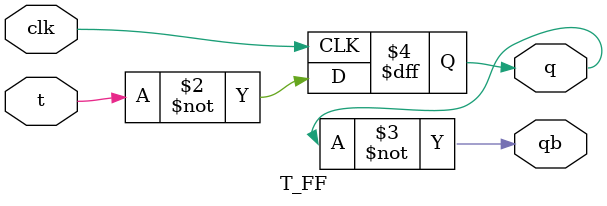
<source format=v>
module T_FF(clk,t,q,qb);
input t,clk;
output reg q;
output qb;

always@(posedge clk)
begin
q <= (~t);
end
assign qb = ~q;
endmodule

</source>
